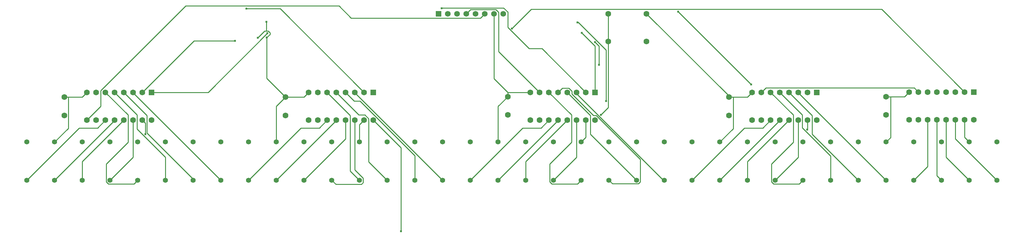
<source format=gbl>
G04 Layer: BottomLayer*
G04 EasyEDA v6.5.43, 2024-07-16 18:23:05*
G04 cb6e2e9fbd21486d88ae5690d2d3dc00,10*
G04 Gerber Generator version 0.2*
G04 Scale: 100 percent, Rotated: No, Reflected: No *
G04 Dimensions in inches *
G04 leading zeros omitted , absolute positions ,3 integer and 6 decimal *
%FSLAX36Y36*%
%MOIN*%

%ADD10C,0.0100*%
%ADD11C,0.0630*%
%ADD12C,0.0551*%
%ADD13R,0.0620X0.0620*%
%ADD14C,0.0620*%
%ADD15R,0.0630X0.0630*%
%ADD16C,0.0240*%
%ADD17C,0.0130*%

%LPD*%
D10*
X4350000Y2145000D02*
G01*
X4650000Y1845000D01*
X4650000Y938580D01*
X6811629Y2201280D02*
G01*
X6893310Y2282959D01*
X6893310Y3000000D01*
X6893310Y3300000D02*
G01*
X6893310Y3000000D01*
X10750000Y2450000D02*
G01*
X9853059Y3346939D01*
X6057389Y3346939D01*
X5849530Y3139079D01*
X6150000Y2445000D02*
G01*
X5705000Y2890000D01*
X5705000Y3314749D01*
X5673909Y3345839D01*
X5400839Y3345839D01*
X5355000Y3300000D01*
X10250000Y2450000D02*
G01*
X10206300Y2493699D01*
X8598699Y2493699D01*
X8550000Y2445000D01*
X3191670Y3110140D02*
G01*
X3172110Y3110140D01*
X3100000Y3038029D01*
X3194589Y3040039D02*
G01*
X3231220Y3076669D01*
X3231220Y3091559D01*
X3212640Y3110140D01*
X3191670Y3110140D01*
X3191670Y3110140D02*
G01*
X3191670Y3211460D01*
X3400000Y2393429D02*
G01*
X3194589Y2598840D01*
X3194589Y3040039D01*
X9050000Y2145000D02*
G01*
X9050000Y2044510D01*
X9046729Y2041239D01*
X1882299Y1990560D02*
G01*
X1882299Y2112700D01*
X1850000Y2145000D01*
X8200000Y2393429D02*
G01*
X8200000Y2406689D01*
X7306689Y3300000D01*
X8200000Y2393429D02*
G01*
X8244960Y2393429D01*
X3400000Y2393429D02*
G01*
X3300000Y2293429D01*
X3300000Y1906689D01*
X1049960Y2393429D02*
G01*
X1198429Y2393429D01*
X1250000Y2445000D01*
X1005000Y2393429D02*
G01*
X1049960Y2393429D01*
X1049960Y2393429D02*
G01*
X1049960Y2056649D01*
X900000Y1906689D01*
X3650000Y2445000D02*
G01*
X3598429Y2393429D01*
X3400000Y2393429D01*
X5805000Y2398429D02*
G01*
X5700000Y2293429D01*
X5700000Y1906689D01*
X5805000Y2445000D02*
G01*
X5805000Y2398429D01*
X8244960Y2393429D02*
G01*
X8398429Y2393429D01*
X8450000Y2445000D01*
X8244960Y2393429D02*
G01*
X8244960Y2051649D01*
X8100000Y1906689D01*
X9947219Y2398429D02*
G01*
X10098429Y2398429D01*
X10150000Y2450000D01*
X9900000Y2398429D02*
G01*
X9947219Y2398429D01*
X9947219Y2398429D02*
G01*
X9947219Y1953910D01*
X9900000Y1906689D01*
X5655000Y3300000D02*
G01*
X5655000Y2595000D01*
X5805000Y2445000D01*
X5805000Y2445000D02*
G01*
X6050000Y2445000D01*
X4200000Y1906689D02*
G01*
X4200000Y2095000D01*
X4250000Y2145000D01*
X6600000Y1906689D02*
G01*
X6650000Y1956689D01*
X6650000Y2145000D01*
X10800000Y1906689D02*
G01*
X10750000Y1956689D01*
X10750000Y2150000D01*
X6550000Y2445000D02*
G01*
X6550000Y2430290D01*
X7486980Y1493310D01*
X7500000Y1493310D01*
X7200000Y1493310D02*
G01*
X6700000Y1993310D01*
X6700000Y2195000D01*
X6450000Y2445000D01*
X4050000Y2445000D02*
G01*
X4142550Y2352449D01*
X4204470Y2352449D01*
X4800000Y1756920D01*
X4800000Y1493310D01*
X2700000Y1493310D02*
G01*
X1750000Y2443310D01*
X1750000Y2445000D01*
X1800000Y1493310D02*
G01*
X1757979Y1451289D01*
X1481999Y1451289D01*
X1457700Y1475590D01*
X1457700Y1667959D01*
X1694719Y1904980D01*
X1694719Y2200279D01*
X1450000Y2445000D01*
X6791440Y2746280D02*
G01*
X6791440Y2949650D01*
X6749880Y2991210D01*
X3202910Y3087060D02*
G01*
X2560850Y2445000D01*
X1950000Y2445000D01*
X5088860Y3359119D02*
G01*
X5092759Y3363020D01*
X5759530Y3363020D01*
X5805069Y3317480D01*
X5805069Y3150479D01*
X6034579Y2920970D01*
X6174030Y2920970D01*
X6650000Y2445000D01*
X8437349Y2533000D02*
G01*
X7647399Y3322950D01*
X11100000Y1493310D02*
G01*
X10650000Y1943310D01*
X10650000Y2150000D01*
X10800000Y1493310D02*
G01*
X10550000Y1743310D01*
X10550000Y2150000D01*
X10500000Y1493310D02*
G01*
X10450000Y1543310D01*
X10450000Y2150000D01*
X10200000Y1493310D02*
G01*
X10350000Y1643310D01*
X10350000Y2150000D01*
X600000Y1493310D02*
G01*
X1166670Y2059980D01*
X1364979Y2059980D01*
X1450000Y2145000D01*
X900000Y1493310D02*
G01*
X1550000Y2143310D01*
X1550000Y2145000D01*
X1650000Y2145000D02*
G01*
X1200000Y1695000D01*
X1200000Y1493310D01*
X1750000Y2145000D02*
G01*
X1750000Y1743310D01*
X1500000Y1493310D01*
X2400000Y1493310D02*
G01*
X2400000Y1505489D01*
X1900000Y2005489D01*
X1900000Y2195000D01*
X1650000Y2445000D01*
X3000000Y1493310D02*
G01*
X3566670Y2059980D01*
X3764979Y2059980D01*
X3850000Y2145000D01*
X3300000Y1493310D02*
G01*
X3950000Y2143310D01*
X3950000Y2145000D01*
X3600000Y1493310D02*
G01*
X4050000Y1943310D01*
X4050000Y2145000D01*
X4150000Y2145000D02*
G01*
X4150000Y1604560D01*
X4239459Y1515100D01*
X4239459Y1468980D01*
X4220230Y1449749D01*
X3943559Y1449749D01*
X3900000Y1493310D01*
X3850000Y2445000D02*
G01*
X4100000Y2195000D01*
X4100000Y1593310D01*
X4200000Y1493310D01*
X5100000Y1493310D02*
G01*
X4150000Y2443310D01*
X4150000Y2445000D01*
X5400000Y1493310D02*
G01*
X5966670Y2059980D01*
X6164979Y2059980D01*
X6250000Y2145000D01*
X5700000Y1493310D02*
G01*
X6350000Y2143310D01*
X6350000Y2145000D01*
X6450000Y2145000D02*
G01*
X6000000Y1695000D01*
X6000000Y1493310D01*
X6550000Y2145000D02*
G01*
X6550000Y1743310D01*
X6300000Y1493310D01*
X6600000Y1493310D02*
G01*
X6557979Y1451289D01*
X6281999Y1451289D01*
X6257700Y1475590D01*
X6257700Y1667959D01*
X6494719Y1904980D01*
X6494719Y2200279D01*
X6250000Y2445000D01*
X6350000Y2445000D02*
G01*
X6396570Y2491570D01*
X6465519Y2491570D01*
X6500000Y2457089D01*
X6500000Y2427950D01*
X6733490Y2194459D01*
X6763090Y2194459D01*
X7240150Y1717399D01*
X7240150Y1475549D01*
X7218840Y1454239D01*
X6939070Y1454239D01*
X6900000Y1493310D01*
X7800000Y1493310D02*
G01*
X8366670Y2059980D01*
X8564979Y2059980D01*
X8650000Y2145000D01*
X8100000Y1493310D02*
G01*
X8750000Y2143310D01*
X8750000Y2145000D01*
X8850000Y2145000D02*
G01*
X8400000Y1695000D01*
X8400000Y1493310D01*
X8950000Y2145000D02*
G01*
X8950000Y1743310D01*
X8700000Y1493310D01*
X9000000Y1493310D02*
G01*
X8957979Y1451289D01*
X8681999Y1451289D01*
X8657700Y1475590D01*
X8657700Y1667959D01*
X8894719Y1904980D01*
X8894719Y2200279D01*
X8650000Y2445000D01*
X9600000Y1493310D02*
G01*
X9100000Y1993310D01*
X9100000Y2195000D01*
X8850000Y2445000D01*
X9900000Y1493310D02*
G01*
X8950000Y2443310D01*
X8950000Y2445000D01*
X8750000Y2445000D02*
G01*
X8992579Y2202420D01*
X8992579Y2062109D01*
X9300000Y1754690D01*
X9300000Y1493310D01*
X3950000Y2445000D02*
G01*
X4193100Y2201900D01*
X4257920Y2201900D01*
X4300000Y2159819D01*
X4300000Y1693310D01*
X4500000Y1493310D01*
X1550000Y2445000D02*
G01*
X1792579Y2202420D01*
X1792579Y2047660D01*
X2100000Y1740239D01*
X2100000Y1493310D01*
X1850000Y2445000D02*
G01*
X2408980Y3003980D01*
X2852690Y3003980D01*
X4250000Y2445000D02*
G01*
X3340290Y3354710D01*
X2974170Y3354710D01*
X2974170Y3354720D01*
X6869020Y2350630D02*
G01*
X6869020Y2904699D01*
X6568980Y3204740D01*
X6557510Y3204740D01*
X6750000Y2445000D02*
G01*
X6750000Y2948229D01*
X6605940Y3092289D01*
X1250000Y2145000D02*
G01*
X1400000Y2295000D01*
X1400000Y2463510D01*
X2320039Y3383550D01*
X3977790Y3383550D01*
X4108260Y3253080D01*
X5508080Y3253080D01*
X5555000Y3300000D01*
D11*
G01*
X1005000Y2196579D03*
G01*
X1005000Y2393429D03*
G01*
X3400000Y2196579D03*
G01*
X3400000Y2393429D03*
G01*
X5805000Y2201579D03*
G01*
X5805000Y2398429D03*
G01*
X8200000Y2196579D03*
G01*
X8200000Y2393429D03*
G01*
X9900000Y2201579D03*
G01*
X9900000Y2398429D03*
D12*
G01*
X600000Y1493310D03*
G01*
X600000Y1906689D03*
G01*
X900000Y1493310D03*
G01*
X900000Y1906689D03*
G01*
X1200000Y1493310D03*
G01*
X1200000Y1906689D03*
G01*
X1500000Y1493310D03*
G01*
X1500000Y1906689D03*
G01*
X1800000Y1493310D03*
G01*
X1800000Y1906689D03*
G01*
X2100000Y1493310D03*
G01*
X2100000Y1906689D03*
G01*
X2400000Y1493310D03*
G01*
X2400000Y1906689D03*
G01*
X2700000Y1493310D03*
G01*
X2700000Y1906689D03*
G01*
X3000000Y1493310D03*
G01*
X3000000Y1906689D03*
G01*
X3300000Y1493310D03*
G01*
X3300000Y1906689D03*
G01*
X3600000Y1493310D03*
G01*
X3600000Y1906689D03*
G01*
X3900000Y1493310D03*
G01*
X3900000Y1906689D03*
G01*
X4200000Y1493310D03*
G01*
X4200000Y1906689D03*
G01*
X4500000Y1493310D03*
G01*
X4500000Y1906689D03*
G01*
X4800000Y1493310D03*
G01*
X4800000Y1906689D03*
G01*
X5100000Y1493310D03*
G01*
X5100000Y1906689D03*
G01*
X5400000Y1493310D03*
G01*
X5400000Y1906689D03*
G01*
X5700000Y1493310D03*
G01*
X5700000Y1906689D03*
G01*
X6000000Y1493310D03*
G01*
X6000000Y1906689D03*
G01*
X6300000Y1493310D03*
G01*
X6300000Y1906689D03*
G01*
X6600000Y1493310D03*
G01*
X6600000Y1906689D03*
G01*
X6900000Y1493310D03*
G01*
X6900000Y1906689D03*
G01*
X7200000Y1493310D03*
G01*
X7200000Y1906689D03*
G01*
X7500000Y1493310D03*
G01*
X7500000Y1906689D03*
G01*
X7800000Y1493310D03*
G01*
X7800000Y1906689D03*
G01*
X8100000Y1493310D03*
G01*
X8100000Y1906689D03*
G01*
X8400000Y1493310D03*
G01*
X8400000Y1906689D03*
G01*
X8700000Y1493310D03*
G01*
X8700000Y1906689D03*
G01*
X9000000Y1493310D03*
G01*
X9000000Y1906689D03*
G01*
X9300000Y1493310D03*
G01*
X9300000Y1906689D03*
G01*
X9600000Y1493310D03*
G01*
X9600000Y1906689D03*
G01*
X9900000Y1493310D03*
G01*
X9900000Y1906689D03*
G01*
X10200000Y1493310D03*
G01*
X10200000Y1906689D03*
G01*
X10500000Y1493310D03*
G01*
X10500000Y1906689D03*
G01*
X10800000Y1493310D03*
G01*
X10800000Y1906689D03*
G01*
X11100000Y1493310D03*
G01*
X11100000Y1906689D03*
D13*
G01*
X5055000Y3300000D03*
D14*
G01*
X5155000Y3300000D03*
G01*
X5255000Y3300000D03*
G01*
X5355000Y3300000D03*
G01*
X5455000Y3300000D03*
G01*
X5555000Y3300000D03*
G01*
X5655000Y3300000D03*
G01*
X5755000Y3300000D03*
D11*
G01*
X1950000Y2145000D03*
G01*
X1850000Y2145000D03*
G01*
X1750000Y2145000D03*
G01*
X1650000Y2145000D03*
G01*
X1550000Y2145000D03*
G01*
X1450000Y2145000D03*
G01*
X1350000Y2145000D03*
G01*
X1250000Y2145000D03*
G01*
X1250000Y2445000D03*
G01*
X1350000Y2445000D03*
G01*
X1450000Y2445000D03*
G01*
X1550000Y2445000D03*
G01*
X1650000Y2445000D03*
G01*
X1750000Y2445000D03*
G01*
X1850000Y2445000D03*
D15*
G01*
X1950000Y2445000D03*
D11*
G01*
X4350000Y2145000D03*
G01*
X4250000Y2145000D03*
G01*
X4150000Y2145000D03*
G01*
X4050000Y2145000D03*
G01*
X3950000Y2145000D03*
G01*
X3850000Y2145000D03*
G01*
X3750000Y2145000D03*
G01*
X3650000Y2145000D03*
G01*
X3650000Y2445000D03*
G01*
X3750000Y2445000D03*
G01*
X3850000Y2445000D03*
G01*
X3950000Y2445000D03*
G01*
X4050000Y2445000D03*
G01*
X4150000Y2445000D03*
G01*
X4250000Y2445000D03*
D15*
G01*
X4350000Y2445000D03*
D11*
G01*
X6750000Y2145000D03*
G01*
X6650000Y2145000D03*
G01*
X6550000Y2145000D03*
G01*
X6450000Y2145000D03*
G01*
X6350000Y2145000D03*
G01*
X6250000Y2145000D03*
G01*
X6150000Y2145000D03*
G01*
X6050000Y2145000D03*
G01*
X6050000Y2445000D03*
G01*
X6150000Y2445000D03*
G01*
X6250000Y2445000D03*
G01*
X6350000Y2445000D03*
G01*
X6450000Y2445000D03*
G01*
X6550000Y2445000D03*
G01*
X6650000Y2445000D03*
D15*
G01*
X6750000Y2445000D03*
D11*
G01*
X9150000Y2145000D03*
G01*
X9050000Y2145000D03*
G01*
X8950000Y2145000D03*
G01*
X8850000Y2145000D03*
G01*
X8750000Y2145000D03*
G01*
X8650000Y2145000D03*
G01*
X8550000Y2145000D03*
G01*
X8450000Y2145000D03*
G01*
X8450000Y2445000D03*
G01*
X8550000Y2445000D03*
G01*
X8650000Y2445000D03*
G01*
X8750000Y2445000D03*
G01*
X8850000Y2445000D03*
G01*
X8950000Y2445000D03*
G01*
X9050000Y2445000D03*
D15*
G01*
X9150000Y2445000D03*
D11*
G01*
X10850000Y2150000D03*
G01*
X10750000Y2150000D03*
G01*
X10650000Y2150000D03*
G01*
X10550000Y2150000D03*
G01*
X10450000Y2150000D03*
G01*
X10350000Y2150000D03*
G01*
X10250000Y2150000D03*
G01*
X10150000Y2150000D03*
G01*
X10150000Y2450000D03*
G01*
X10250000Y2450000D03*
G01*
X10350000Y2450000D03*
G01*
X10450000Y2450000D03*
G01*
X10550000Y2450000D03*
G01*
X10650000Y2450000D03*
G01*
X10750000Y2450000D03*
D15*
G01*
X10850000Y2450000D03*
D11*
G01*
X6893310Y3000000D03*
G01*
X7306689Y3000000D03*
G01*
X7306689Y3300000D03*
G01*
X6893310Y3300000D03*
D16*
G01*
X4650000Y938580D03*
G01*
X6811629Y2201280D03*
G01*
X5849530Y3139079D03*
G01*
X3191670Y3211460D03*
G01*
X3100000Y3038029D03*
G01*
X9046729Y2041239D03*
G01*
X1882299Y1990560D03*
G01*
X3194589Y3040039D03*
G01*
X6749880Y2991210D03*
G01*
X6791440Y2746280D03*
G01*
X3202910Y3087060D03*
G01*
X5088860Y3359119D03*
G01*
X8437349Y2533000D03*
G01*
X7647399Y3322950D03*
G01*
X2852690Y3003980D03*
G01*
X2974170Y3354720D03*
G01*
X6557510Y3204740D03*
G01*
X6869020Y2350630D03*
G01*
X6605940Y3092289D03*
M02*

</source>
